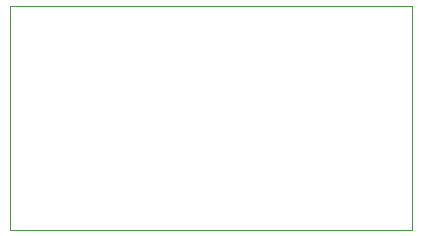
<source format=gm1>
G04 #@! TF.GenerationSoftware,KiCad,Pcbnew,5.1.5+dfsg1-2build2*
G04 #@! TF.CreationDate,2023-02-08T22:02:59+01:00*
G04 #@! TF.ProjectId,EcoApi_loadCellCombinator,45636f41-7069-45f6-9c6f-616443656c6c,rev?*
G04 #@! TF.SameCoordinates,Original*
G04 #@! TF.FileFunction,Profile,NP*
%FSLAX46Y46*%
G04 Gerber Fmt 4.6, Leading zero omitted, Abs format (unit mm)*
G04 Created by KiCad (PCBNEW 5.1.5+dfsg1-2build2) date 2023-02-08 22:02:59*
%MOMM*%
%LPD*%
G04 APERTURE LIST*
%ADD10C,0.050000*%
G04 APERTURE END LIST*
D10*
X194730000Y-105880000D02*
X160730000Y-105880000D01*
X194740000Y-86880000D02*
X160740000Y-86880000D01*
X194730000Y-105880000D02*
X194740000Y-86880000D01*
X160740000Y-86880000D02*
X160730000Y-105880000D01*
M02*

</source>
